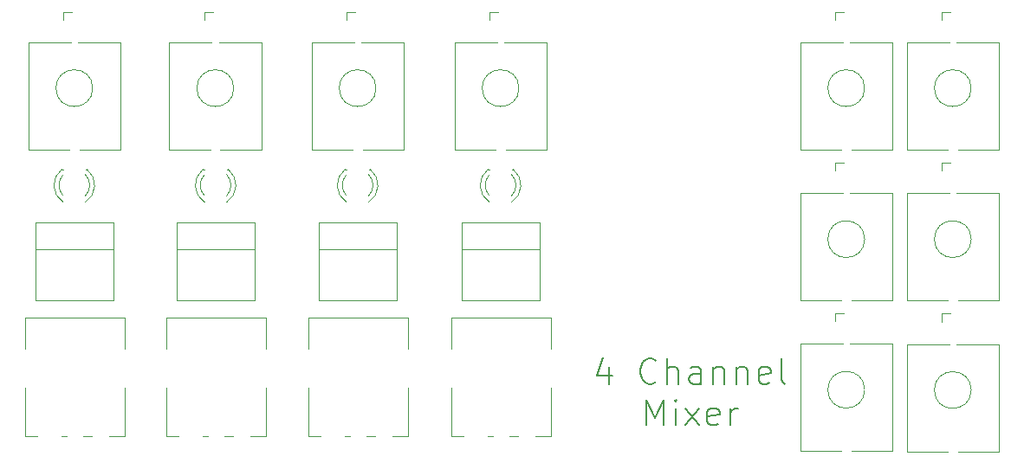
<source format=gbr>
%TF.GenerationSoftware,KiCad,Pcbnew,(6.0.0-0)*%
%TF.CreationDate,2022-12-13T14:04:23-05:00*%
%TF.ProjectId,mixer,6d697865-722e-46b6-9963-61645f706362,rev?*%
%TF.SameCoordinates,Original*%
%TF.FileFunction,Legend,Top*%
%TF.FilePolarity,Positive*%
%FSLAX46Y46*%
G04 Gerber Fmt 4.6, Leading zero omitted, Abs format (unit mm)*
G04 Created by KiCad (PCBNEW (6.0.0-0)) date 2022-12-13 14:04:23*
%MOMM*%
%LPD*%
G01*
G04 APERTURE LIST*
%ADD10C,0.200000*%
%ADD11C,0.120000*%
G04 APERTURE END LIST*
D10*
X95963809Y-78321785D02*
X95963809Y-79988452D01*
X95368571Y-77369404D02*
X94773333Y-79155119D01*
X96320952Y-79155119D01*
X100606666Y-79750357D02*
X100487619Y-79869404D01*
X100130476Y-79988452D01*
X99892380Y-79988452D01*
X99535238Y-79869404D01*
X99297142Y-79631309D01*
X99178095Y-79393214D01*
X99059047Y-78917023D01*
X99059047Y-78559880D01*
X99178095Y-78083690D01*
X99297142Y-77845595D01*
X99535238Y-77607500D01*
X99892380Y-77488452D01*
X100130476Y-77488452D01*
X100487619Y-77607500D01*
X100606666Y-77726547D01*
X101678095Y-79988452D02*
X101678095Y-77488452D01*
X102749523Y-79988452D02*
X102749523Y-78678928D01*
X102630476Y-78440833D01*
X102392380Y-78321785D01*
X102035238Y-78321785D01*
X101797142Y-78440833D01*
X101678095Y-78559880D01*
X105011428Y-79988452D02*
X105011428Y-78678928D01*
X104892380Y-78440833D01*
X104654285Y-78321785D01*
X104178095Y-78321785D01*
X103940000Y-78440833D01*
X105011428Y-79869404D02*
X104773333Y-79988452D01*
X104178095Y-79988452D01*
X103940000Y-79869404D01*
X103820952Y-79631309D01*
X103820952Y-79393214D01*
X103940000Y-79155119D01*
X104178095Y-79036071D01*
X104773333Y-79036071D01*
X105011428Y-78917023D01*
X106201904Y-78321785D02*
X106201904Y-79988452D01*
X106201904Y-78559880D02*
X106320952Y-78440833D01*
X106559047Y-78321785D01*
X106916190Y-78321785D01*
X107154285Y-78440833D01*
X107273333Y-78678928D01*
X107273333Y-79988452D01*
X108463809Y-78321785D02*
X108463809Y-79988452D01*
X108463809Y-78559880D02*
X108582857Y-78440833D01*
X108820952Y-78321785D01*
X109178095Y-78321785D01*
X109416190Y-78440833D01*
X109535238Y-78678928D01*
X109535238Y-79988452D01*
X111678095Y-79869404D02*
X111439999Y-79988452D01*
X110963809Y-79988452D01*
X110725714Y-79869404D01*
X110606666Y-79631309D01*
X110606666Y-78678928D01*
X110725714Y-78440833D01*
X110963809Y-78321785D01*
X111439999Y-78321785D01*
X111678095Y-78440833D01*
X111797142Y-78678928D01*
X111797142Y-78917023D01*
X110606666Y-79155119D01*
X113225714Y-79988452D02*
X112987619Y-79869404D01*
X112868571Y-79631309D01*
X112868571Y-77488452D01*
X99654285Y-84013452D02*
X99654285Y-81513452D01*
X100487619Y-83299166D01*
X101320952Y-81513452D01*
X101320952Y-84013452D01*
X102511428Y-84013452D02*
X102511428Y-82346785D01*
X102511428Y-81513452D02*
X102392380Y-81632500D01*
X102511428Y-81751547D01*
X102630476Y-81632500D01*
X102511428Y-81513452D01*
X102511428Y-81751547D01*
X103463809Y-84013452D02*
X104773333Y-82346785D01*
X103463809Y-82346785D02*
X104773333Y-84013452D01*
X106678095Y-83894404D02*
X106440000Y-84013452D01*
X105963809Y-84013452D01*
X105725714Y-83894404D01*
X105606666Y-83656309D01*
X105606666Y-82703928D01*
X105725714Y-82465833D01*
X105963809Y-82346785D01*
X106440000Y-82346785D01*
X106678095Y-82465833D01*
X106797142Y-82703928D01*
X106797142Y-82942023D01*
X105606666Y-83180119D01*
X107868571Y-84013452D02*
X107868571Y-82346785D01*
X107868571Y-82822976D02*
X107987619Y-82584880D01*
X108106666Y-82465833D01*
X108344761Y-82346785D01*
X108582857Y-82346785D01*
D11*
%TO.C,J4*%
X89898000Y-46550000D02*
X89898000Y-57050000D01*
X84898000Y-57050000D02*
X80898000Y-57050000D01*
X85048000Y-46550000D02*
X80898000Y-46550000D01*
X84338000Y-43570000D02*
X85198000Y-43570000D01*
X89898000Y-46550000D02*
X85748000Y-46550000D01*
X89898000Y-57050000D02*
X85898000Y-57050000D01*
X84338000Y-43570000D02*
X84338000Y-44370000D01*
X80898000Y-46550000D02*
X80898000Y-57050000D01*
X87198000Y-51050000D02*
G75*
G03*
X87198000Y-51050000I-1800000J0D01*
G01*
%TO.C,RV5*%
X48672000Y-73515000D02*
X38932000Y-73515000D01*
X40112000Y-85105000D02*
X38932000Y-85105000D01*
X45462000Y-85105000D02*
X44632000Y-85105000D01*
X38922000Y-85105000D02*
X38922000Y-80385000D01*
X48672000Y-85105000D02*
X47182000Y-85105000D01*
X43012000Y-85105000D02*
X42482000Y-85105000D01*
X38932000Y-76575000D02*
X38932000Y-73515000D01*
X48672000Y-76575000D02*
X48672000Y-73515000D01*
X48672000Y-85105000D02*
X48672000Y-80385000D01*
%TO.C,D1*%
X44978000Y-58985000D02*
X44822000Y-58985000D01*
X42662000Y-58985000D02*
X42506000Y-58985000D01*
X42506484Y-58985000D02*
G75*
G03*
X42663392Y-62217335I1235517J-1560000D01*
G01*
X42662000Y-59504039D02*
G75*
G03*
X42662163Y-61586130I1080000J-1040961D01*
G01*
X44820608Y-62217335D02*
G75*
G03*
X44977516Y-58985000I-1078609J1672335D01*
G01*
X44821837Y-61586130D02*
G75*
G03*
X44822000Y-59504039I-1079837J1041130D01*
G01*
%TO.C,SW3*%
X75236000Y-71811500D02*
X75236000Y-64191500D01*
X67616000Y-66769500D02*
X75236000Y-66769500D01*
X67616000Y-64191500D02*
X75236000Y-64191500D01*
X67616000Y-64191500D02*
X67616000Y-71811500D01*
X75236000Y-71811500D02*
X67616000Y-71811500D01*
%TO.C,J10*%
X123680000Y-86552000D02*
X119680000Y-86552000D01*
X118680000Y-86552000D02*
X114680000Y-86552000D01*
X123680000Y-76052000D02*
X119530000Y-76052000D01*
X123680000Y-76052000D02*
X123680000Y-86552000D01*
X118120000Y-73072000D02*
X118980000Y-73072000D01*
X118120000Y-73072000D02*
X118120000Y-73872000D01*
X118830000Y-76052000D02*
X114680000Y-76052000D01*
X114680000Y-76052000D02*
X114680000Y-86552000D01*
X120980000Y-80552000D02*
G75*
G03*
X120980000Y-80552000I-1800000J0D01*
G01*
%TO.C,J7*%
X128534000Y-58342000D02*
X129394000Y-58342000D01*
X134094000Y-71822000D02*
X130094000Y-71822000D01*
X125094000Y-61322000D02*
X125094000Y-71822000D01*
X129094000Y-71822000D02*
X125094000Y-71822000D01*
X134094000Y-61322000D02*
X134094000Y-71822000D01*
X134094000Y-61322000D02*
X129944000Y-61322000D01*
X128534000Y-58342000D02*
X128534000Y-59142000D01*
X129244000Y-61322000D02*
X125094000Y-61322000D01*
X131394000Y-65822000D02*
G75*
G03*
X131394000Y-65822000I-1800000J0D01*
G01*
%TO.C,J8*%
X118120000Y-58342000D02*
X118980000Y-58342000D01*
X114680000Y-61322000D02*
X114680000Y-71822000D01*
X123680000Y-61322000D02*
X119530000Y-61322000D01*
X118120000Y-58342000D02*
X118120000Y-59142000D01*
X118830000Y-61322000D02*
X114680000Y-61322000D01*
X123680000Y-61322000D02*
X123680000Y-71822000D01*
X118680000Y-71822000D02*
X114680000Y-71822000D01*
X123680000Y-71822000D02*
X119680000Y-71822000D01*
X120980000Y-65822000D02*
G75*
G03*
X120980000Y-65822000I-1800000J0D01*
G01*
%TO.C,SW1*%
X47550000Y-71811500D02*
X39930000Y-71811500D01*
X39930000Y-64191500D02*
X47550000Y-64191500D01*
X47550000Y-71811500D02*
X47550000Y-64191500D01*
X39930000Y-66769500D02*
X47550000Y-66769500D01*
X39930000Y-64191500D02*
X39930000Y-71811500D01*
%TO.C,J5*%
X134094000Y-57050000D02*
X130094000Y-57050000D01*
X128534000Y-43570000D02*
X129394000Y-43570000D01*
X125094000Y-46550000D02*
X125094000Y-57050000D01*
X134094000Y-46550000D02*
X134094000Y-57050000D01*
X134094000Y-46550000D02*
X129944000Y-46550000D01*
X129244000Y-46550000D02*
X125094000Y-46550000D01*
X129094000Y-57050000D02*
X125094000Y-57050000D01*
X128534000Y-43570000D02*
X128534000Y-44370000D01*
X131394000Y-51050000D02*
G75*
G03*
X131394000Y-51050000I-1800000J0D01*
G01*
%TO.C,RV6*%
X62448000Y-85105000D02*
X62448000Y-80385000D01*
X59238000Y-85105000D02*
X58408000Y-85105000D01*
X62448000Y-85105000D02*
X60958000Y-85105000D01*
X56788000Y-85105000D02*
X56258000Y-85105000D01*
X53888000Y-85105000D02*
X52708000Y-85105000D01*
X52708000Y-76575000D02*
X52708000Y-73515000D01*
X62448000Y-76575000D02*
X62448000Y-73515000D01*
X62448000Y-73515000D02*
X52708000Y-73515000D01*
X52698000Y-85105000D02*
X52698000Y-80385000D01*
%TO.C,J1*%
X48242000Y-46550000D02*
X48242000Y-57050000D01*
X42682000Y-43570000D02*
X43542000Y-43570000D01*
X43392000Y-46550000D02*
X39242000Y-46550000D01*
X48242000Y-46550000D02*
X44092000Y-46550000D01*
X43242000Y-57050000D02*
X39242000Y-57050000D01*
X48242000Y-57050000D02*
X44242000Y-57050000D01*
X42682000Y-43570000D02*
X42682000Y-44370000D01*
X39242000Y-46550000D02*
X39242000Y-57050000D01*
X45542000Y-51050000D02*
G75*
G03*
X45542000Y-51050000I-1800000J0D01*
G01*
%TO.C,RV8*%
X87118000Y-85105000D02*
X86288000Y-85105000D01*
X90328000Y-85105000D02*
X88838000Y-85105000D01*
X90328000Y-76575000D02*
X90328000Y-73515000D01*
X80588000Y-76575000D02*
X80588000Y-73515000D01*
X80578000Y-85105000D02*
X80578000Y-80385000D01*
X84668000Y-85105000D02*
X84138000Y-85105000D01*
X90328000Y-85105000D02*
X90328000Y-80385000D01*
X81768000Y-85105000D02*
X80588000Y-85105000D01*
X90328000Y-73515000D02*
X80588000Y-73515000D01*
%TO.C,J3*%
X75928000Y-46550000D02*
X71778000Y-46550000D01*
X70368000Y-43570000D02*
X70368000Y-44370000D01*
X70928000Y-57050000D02*
X66928000Y-57050000D01*
X75928000Y-46550000D02*
X75928000Y-57050000D01*
X70368000Y-43570000D02*
X71228000Y-43570000D01*
X75928000Y-57050000D02*
X71928000Y-57050000D01*
X66928000Y-46550000D02*
X66928000Y-57050000D01*
X71078000Y-46550000D02*
X66928000Y-46550000D01*
X73228000Y-51050000D02*
G75*
G03*
X73228000Y-51050000I-1800000J0D01*
G01*
%TO.C,J6*%
X123680000Y-57050000D02*
X119680000Y-57050000D01*
X123680000Y-46550000D02*
X119530000Y-46550000D01*
X118830000Y-46550000D02*
X114680000Y-46550000D01*
X118120000Y-43570000D02*
X118120000Y-44370000D01*
X114680000Y-46550000D02*
X114680000Y-57050000D01*
X123680000Y-46550000D02*
X123680000Y-57050000D01*
X118680000Y-57050000D02*
X114680000Y-57050000D01*
X118120000Y-43570000D02*
X118980000Y-43570000D01*
X120980000Y-51050000D02*
G75*
G03*
X120980000Y-51050000I-1800000J0D01*
G01*
%TO.C,J9*%
X129244000Y-76084000D02*
X125094000Y-76084000D01*
X125094000Y-76084000D02*
X125094000Y-86584000D01*
X129094000Y-86584000D02*
X125094000Y-86584000D01*
X134094000Y-76084000D02*
X134094000Y-86584000D01*
X128534000Y-73104000D02*
X128534000Y-73904000D01*
X128534000Y-73104000D02*
X129394000Y-73104000D01*
X134094000Y-86584000D02*
X130094000Y-86584000D01*
X134094000Y-76084000D02*
X129944000Y-76084000D01*
X131394000Y-80584000D02*
G75*
G03*
X131394000Y-80584000I-1800000J0D01*
G01*
%TO.C,J2*%
X56458000Y-43570000D02*
X57318000Y-43570000D01*
X62018000Y-46550000D02*
X62018000Y-57050000D01*
X57018000Y-57050000D02*
X53018000Y-57050000D01*
X56458000Y-43570000D02*
X56458000Y-44370000D01*
X53018000Y-46550000D02*
X53018000Y-57050000D01*
X62018000Y-57050000D02*
X58018000Y-57050000D01*
X62018000Y-46550000D02*
X57868000Y-46550000D01*
X57168000Y-46550000D02*
X53018000Y-46550000D01*
X59318000Y-51050000D02*
G75*
G03*
X59318000Y-51050000I-1800000J0D01*
G01*
%TO.C,D3*%
X70348000Y-58985000D02*
X70192000Y-58985000D01*
X72664000Y-58985000D02*
X72508000Y-58985000D01*
X70192484Y-58985000D02*
G75*
G03*
X70349392Y-62217335I1235517J-1560000D01*
G01*
X72506608Y-62217335D02*
G75*
G03*
X72663516Y-58985000I-1078609J1672335D01*
G01*
X72507837Y-61586130D02*
G75*
G03*
X72508000Y-59504039I-1079837J1041130D01*
G01*
X70348000Y-59504039D02*
G75*
G03*
X70348163Y-61586130I1080000J-1040961D01*
G01*
%TO.C,D4*%
X86634000Y-58985000D02*
X86478000Y-58985000D01*
X84318000Y-58985000D02*
X84162000Y-58985000D01*
X84318000Y-59504039D02*
G75*
G03*
X84318163Y-61586130I1080000J-1040961D01*
G01*
X84162484Y-58985000D02*
G75*
G03*
X84319392Y-62217335I1235517J-1560000D01*
G01*
X86476608Y-62217335D02*
G75*
G03*
X86633516Y-58985000I-1078609J1672335D01*
G01*
X86477837Y-61586130D02*
G75*
G03*
X86478000Y-59504039I-1079837J1041130D01*
G01*
%TO.C,RV7*%
X76358000Y-73515000D02*
X66618000Y-73515000D01*
X76358000Y-85105000D02*
X76358000Y-80385000D01*
X76358000Y-85105000D02*
X74868000Y-85105000D01*
X73148000Y-85105000D02*
X72318000Y-85105000D01*
X67798000Y-85105000D02*
X66618000Y-85105000D01*
X66618000Y-76575000D02*
X66618000Y-73515000D01*
X70698000Y-85105000D02*
X70168000Y-85105000D01*
X66608000Y-85105000D02*
X66608000Y-80385000D01*
X76358000Y-76575000D02*
X76358000Y-73515000D01*
%TO.C,SW4*%
X89206000Y-71811500D02*
X81586000Y-71811500D01*
X89206000Y-71811500D02*
X89206000Y-64191500D01*
X81586000Y-66769500D02*
X89206000Y-66769500D01*
X81586000Y-64191500D02*
X81586000Y-71811500D01*
X81586000Y-64191500D02*
X89206000Y-64191500D01*
%TO.C,D2*%
X58785000Y-58985000D02*
X58629000Y-58985000D01*
X56469000Y-58985000D02*
X56313000Y-58985000D01*
X56469000Y-59504039D02*
G75*
G03*
X56469163Y-61586130I1080000J-1040961D01*
G01*
X58627608Y-62217335D02*
G75*
G03*
X58784516Y-58985000I-1078609J1672335D01*
G01*
X58628837Y-61586130D02*
G75*
G03*
X58629000Y-59504039I-1079837J1041130D01*
G01*
X56313484Y-58985000D02*
G75*
G03*
X56470392Y-62217335I1235517J-1560000D01*
G01*
%TO.C,SW2*%
X53737000Y-66769500D02*
X61357000Y-66769500D01*
X61357000Y-71811500D02*
X61357000Y-64191500D01*
X53737000Y-64191500D02*
X53737000Y-71811500D01*
X53737000Y-64191500D02*
X61357000Y-64191500D01*
X61357000Y-71811500D02*
X53737000Y-71811500D01*
%TD*%
M02*

</source>
